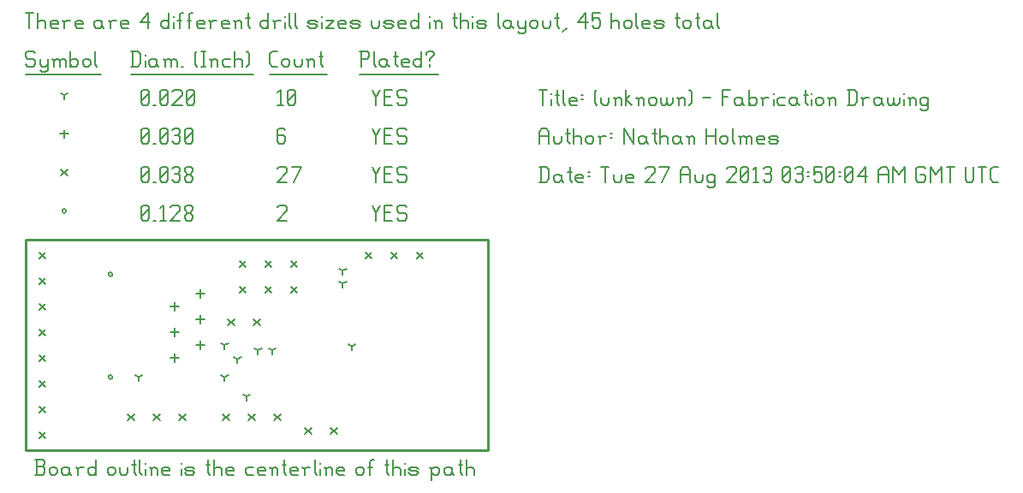
<source format=gbr>
G04 start of page 12 for group -3984 idx -3984 *
G04 Title: (unknown), fab *
G04 Creator: pcb 20110918 *
G04 CreationDate: Tue 27 Aug 2013 03:50:04 AM GMT UTC *
G04 For: ndholmes *
G04 Format: Gerber/RS-274X *
G04 PCB-Dimensions: 180000 82000 *
G04 PCB-Coordinate-Origin: lower left *
%MOIN*%
%FSLAX25Y25*%
%LNFAB*%
%ADD63C,0.0100*%
%ADD62C,0.0075*%
%ADD61C,0.0060*%
%ADD60R,0.0080X0.0080*%
G54D60*X32200Y68500D02*G75*G03X33800Y68500I800J0D01*G01*
G75*G03X32200Y68500I-800J0D01*G01*
Y28500D02*G75*G03X33800Y28500I800J0D01*G01*
G75*G03X32200Y28500I-800J0D01*G01*
X14200Y93250D02*G75*G03X15800Y93250I800J0D01*G01*
G75*G03X14200Y93250I-800J0D01*G01*
G54D61*X135000Y95500D02*X136500Y92500D01*
X138000Y95500D01*
X136500Y92500D02*Y89500D01*
X139800Y92800D02*X142050D01*
X139800Y89500D02*X142800D01*
X139800Y95500D02*Y89500D01*
Y95500D02*X142800D01*
X147600D02*X148350Y94750D01*
X145350Y95500D02*X147600D01*
X144600Y94750D02*X145350Y95500D01*
X144600Y94750D02*Y93250D01*
X145350Y92500D01*
X147600D01*
X148350Y91750D01*
Y90250D01*
X147600Y89500D02*X148350Y90250D01*
X145350Y89500D02*X147600D01*
X144600Y90250D02*X145350Y89500D01*
X98000Y94750D02*X98750Y95500D01*
X101000D01*
X101750Y94750D01*
Y93250D01*
X98000Y89500D02*X101750Y93250D01*
X98000Y89500D02*X101750D01*
X45000Y90250D02*X45750Y89500D01*
X45000Y94750D02*Y90250D01*
Y94750D02*X45750Y95500D01*
X47250D01*
X48000Y94750D01*
Y90250D01*
X47250Y89500D02*X48000Y90250D01*
X45750Y89500D02*X47250D01*
X45000Y91000D02*X48000Y94000D01*
X49800Y89500D02*X50550D01*
X52350Y94300D02*X53550Y95500D01*
Y89500D01*
X52350D02*X54600D01*
X56400Y94750D02*X57150Y95500D01*
X59400D01*
X60150Y94750D01*
Y93250D01*
X56400Y89500D02*X60150Y93250D01*
X56400Y89500D02*X60150D01*
X61950Y90250D02*X62700Y89500D01*
X61950Y91450D02*Y90250D01*
Y91450D02*X63000Y92500D01*
X63900D01*
X64950Y91450D01*
Y90250D01*
X64200Y89500D02*X64950Y90250D01*
X62700Y89500D02*X64200D01*
X61950Y93550D02*X63000Y92500D01*
X61950Y94750D02*Y93550D01*
Y94750D02*X62700Y95500D01*
X64200D01*
X64950Y94750D01*
Y93550D01*
X63900Y92500D02*X64950Y93550D01*
X5300Y77200D02*X7700Y74800D01*
X5300D02*X7700Y77200D01*
X5300Y67200D02*X7700Y64800D01*
X5300D02*X7700Y67200D01*
X5300Y57200D02*X7700Y54800D01*
X5300D02*X7700Y57200D01*
X5300Y47200D02*X7700Y44800D01*
X5300D02*X7700Y47200D01*
X5300Y37200D02*X7700Y34800D01*
X5300D02*X7700Y37200D01*
X5300Y27200D02*X7700Y24800D01*
X5300D02*X7700Y27200D01*
X5300Y17200D02*X7700Y14800D01*
X5300D02*X7700Y17200D01*
X5300Y7200D02*X7700Y4800D01*
X5300D02*X7700Y7200D01*
X103300Y73700D02*X105700Y71300D01*
X103300D02*X105700Y73700D01*
X93300D02*X95700Y71300D01*
X93300D02*X95700Y73700D01*
X83300D02*X85700Y71300D01*
X83300D02*X85700Y73700D01*
X103300Y63700D02*X105700Y61300D01*
X103300D02*X105700Y63700D01*
X93300D02*X95700Y61300D01*
X93300D02*X95700Y63700D01*
X83300D02*X85700Y61300D01*
X83300D02*X85700Y63700D01*
X152300Y77200D02*X154700Y74800D01*
X152300D02*X154700Y77200D01*
X142300D02*X144700Y74800D01*
X142300D02*X144700Y77200D01*
X132300D02*X134700Y74800D01*
X132300D02*X134700Y77200D01*
X39800Y14200D02*X42200Y11800D01*
X39800D02*X42200Y14200D01*
X49800D02*X52200Y11800D01*
X49800D02*X52200Y14200D01*
X59800D02*X62200Y11800D01*
X59800D02*X62200Y14200D01*
X76800D02*X79200Y11800D01*
X76800D02*X79200Y14200D01*
X86800D02*X89200Y11800D01*
X86800D02*X89200Y14200D01*
X96800D02*X99200Y11800D01*
X96800D02*X99200Y14200D01*
X78800Y51200D02*X81200Y48800D01*
X78800D02*X81200Y51200D01*
X88800D02*X91200Y48800D01*
X88800D02*X91200Y51200D01*
X108800Y8700D02*X111200Y6300D01*
X108800D02*X111200Y8700D01*
X118800D02*X121200Y6300D01*
X118800D02*X121200Y8700D01*
X13800Y109450D02*X16200Y107050D01*
X13800D02*X16200Y109450D01*
X135000Y110500D02*X136500Y107500D01*
X138000Y110500D01*
X136500Y107500D02*Y104500D01*
X139800Y107800D02*X142050D01*
X139800Y104500D02*X142800D01*
X139800Y110500D02*Y104500D01*
Y110500D02*X142800D01*
X147600D02*X148350Y109750D01*
X145350Y110500D02*X147600D01*
X144600Y109750D02*X145350Y110500D01*
X144600Y109750D02*Y108250D01*
X145350Y107500D01*
X147600D01*
X148350Y106750D01*
Y105250D01*
X147600Y104500D02*X148350Y105250D01*
X145350Y104500D02*X147600D01*
X144600Y105250D02*X145350Y104500D01*
X98000Y109750D02*X98750Y110500D01*
X101000D01*
X101750Y109750D01*
Y108250D01*
X98000Y104500D02*X101750Y108250D01*
X98000Y104500D02*X101750D01*
X104300D02*X107300Y110500D01*
X103550D02*X107300D01*
X45000Y105250D02*X45750Y104500D01*
X45000Y109750D02*Y105250D01*
Y109750D02*X45750Y110500D01*
X47250D01*
X48000Y109750D01*
Y105250D01*
X47250Y104500D02*X48000Y105250D01*
X45750Y104500D02*X47250D01*
X45000Y106000D02*X48000Y109000D01*
X49800Y104500D02*X50550D01*
X52350Y105250D02*X53100Y104500D01*
X52350Y109750D02*Y105250D01*
Y109750D02*X53100Y110500D01*
X54600D01*
X55350Y109750D01*
Y105250D01*
X54600Y104500D02*X55350Y105250D01*
X53100Y104500D02*X54600D01*
X52350Y106000D02*X55350Y109000D01*
X57150Y109750D02*X57900Y110500D01*
X59400D01*
X60150Y109750D01*
X59400Y104500D02*X60150Y105250D01*
X57900Y104500D02*X59400D01*
X57150Y105250D02*X57900Y104500D01*
Y107800D02*X59400D01*
X60150Y109750D02*Y108550D01*
Y107050D02*Y105250D01*
Y107050D02*X59400Y107800D01*
X60150Y108550D02*X59400Y107800D01*
X61950Y105250D02*X62700Y104500D01*
X61950Y106450D02*Y105250D01*
Y106450D02*X63000Y107500D01*
X63900D01*
X64950Y106450D01*
Y105250D01*
X64200Y104500D02*X64950Y105250D01*
X62700Y104500D02*X64200D01*
X61950Y108550D02*X63000Y107500D01*
X61950Y109750D02*Y108550D01*
Y109750D02*X62700Y110500D01*
X64200D01*
X64950Y109750D01*
Y108550D01*
X63900Y107500D02*X64950Y108550D01*
X68000Y62600D02*Y59400D01*
X66400Y61000D02*X69600D01*
X58000Y57600D02*Y54400D01*
X56400Y56000D02*X59600D01*
X68000Y52600D02*Y49400D01*
X66400Y51000D02*X69600D01*
X58000Y47600D02*Y44400D01*
X56400Y46000D02*X59600D01*
X68000Y42600D02*Y39400D01*
X66400Y41000D02*X69600D01*
X58000Y37600D02*Y34400D01*
X56400Y36000D02*X59600D01*
X15000Y124850D02*Y121650D01*
X13400Y123250D02*X16600D01*
X135000Y125500D02*X136500Y122500D01*
X138000Y125500D01*
X136500Y122500D02*Y119500D01*
X139800Y122800D02*X142050D01*
X139800Y119500D02*X142800D01*
X139800Y125500D02*Y119500D01*
Y125500D02*X142800D01*
X147600D02*X148350Y124750D01*
X145350Y125500D02*X147600D01*
X144600Y124750D02*X145350Y125500D01*
X144600Y124750D02*Y123250D01*
X145350Y122500D01*
X147600D01*
X148350Y121750D01*
Y120250D01*
X147600Y119500D02*X148350Y120250D01*
X145350Y119500D02*X147600D01*
X144600Y120250D02*X145350Y119500D01*
X100250Y125500D02*X101000Y124750D01*
X98750Y125500D02*X100250D01*
X98000Y124750D02*X98750Y125500D01*
X98000Y124750D02*Y120250D01*
X98750Y119500D01*
X100250Y122800D02*X101000Y122050D01*
X98000Y122800D02*X100250D01*
X98750Y119500D02*X100250D01*
X101000Y120250D01*
Y122050D02*Y120250D01*
X45000D02*X45750Y119500D01*
X45000Y124750D02*Y120250D01*
Y124750D02*X45750Y125500D01*
X47250D01*
X48000Y124750D01*
Y120250D01*
X47250Y119500D02*X48000Y120250D01*
X45750Y119500D02*X47250D01*
X45000Y121000D02*X48000Y124000D01*
X49800Y119500D02*X50550D01*
X52350Y120250D02*X53100Y119500D01*
X52350Y124750D02*Y120250D01*
Y124750D02*X53100Y125500D01*
X54600D01*
X55350Y124750D01*
Y120250D01*
X54600Y119500D02*X55350Y120250D01*
X53100Y119500D02*X54600D01*
X52350Y121000D02*X55350Y124000D01*
X57150Y124750D02*X57900Y125500D01*
X59400D01*
X60150Y124750D01*
X59400Y119500D02*X60150Y120250D01*
X57900Y119500D02*X59400D01*
X57150Y120250D02*X57900Y119500D01*
Y122800D02*X59400D01*
X60150Y124750D02*Y123550D01*
Y122050D02*Y120250D01*
Y122050D02*X59400Y122800D01*
X60150Y123550D02*X59400Y122800D01*
X61950Y120250D02*X62700Y119500D01*
X61950Y124750D02*Y120250D01*
Y124750D02*X62700Y125500D01*
X64200D01*
X64950Y124750D01*
Y120250D01*
X64200Y119500D02*X64950Y120250D01*
X62700Y119500D02*X64200D01*
X61950Y121000D02*X64950Y124000D01*
X123500Y70000D02*Y68400D01*
Y70000D02*X124887Y70800D01*
X123500Y70000D02*X122113Y70800D01*
X123500Y65000D02*Y63400D01*
Y65000D02*X124887Y65800D01*
X123500Y65000D02*X122113Y65800D01*
X82500Y35500D02*Y33900D01*
Y35500D02*X83887Y36300D01*
X82500Y35500D02*X81113Y36300D01*
X77500Y41000D02*Y39400D01*
Y41000D02*X78887Y41800D01*
X77500Y41000D02*X76113Y41800D01*
X77500Y28500D02*Y26900D01*
Y28500D02*X78887Y29300D01*
X77500Y28500D02*X76113Y29300D01*
X44000Y28500D02*Y26900D01*
Y28500D02*X45387Y29300D01*
X44000Y28500D02*X42613Y29300D01*
X90500Y39000D02*Y37400D01*
Y39000D02*X91887Y39800D01*
X90500Y39000D02*X89113Y39800D01*
X96000Y39000D02*Y37400D01*
Y39000D02*X97387Y39800D01*
X96000Y39000D02*X94613Y39800D01*
X127000Y40500D02*Y38900D01*
Y40500D02*X128387Y41300D01*
X127000Y40500D02*X125613Y41300D01*
X86000Y21000D02*Y19400D01*
Y21000D02*X87387Y21800D01*
X86000Y21000D02*X84613Y21800D01*
X15000Y138250D02*Y136650D01*
Y138250D02*X16387Y139050D01*
X15000Y138250D02*X13613Y139050D01*
X135000Y140500D02*X136500Y137500D01*
X138000Y140500D01*
X136500Y137500D02*Y134500D01*
X139800Y137800D02*X142050D01*
X139800Y134500D02*X142800D01*
X139800Y140500D02*Y134500D01*
Y140500D02*X142800D01*
X147600D02*X148350Y139750D01*
X145350Y140500D02*X147600D01*
X144600Y139750D02*X145350Y140500D01*
X144600Y139750D02*Y138250D01*
X145350Y137500D01*
X147600D01*
X148350Y136750D01*
Y135250D01*
X147600Y134500D02*X148350Y135250D01*
X145350Y134500D02*X147600D01*
X144600Y135250D02*X145350Y134500D01*
X98000Y139300D02*X99200Y140500D01*
Y134500D01*
X98000D02*X100250D01*
X102050Y135250D02*X102800Y134500D01*
X102050Y139750D02*Y135250D01*
Y139750D02*X102800Y140500D01*
X104300D01*
X105050Y139750D01*
Y135250D01*
X104300Y134500D02*X105050Y135250D01*
X102800Y134500D02*X104300D01*
X102050Y136000D02*X105050Y139000D01*
X45000Y135250D02*X45750Y134500D01*
X45000Y139750D02*Y135250D01*
Y139750D02*X45750Y140500D01*
X47250D01*
X48000Y139750D01*
Y135250D01*
X47250Y134500D02*X48000Y135250D01*
X45750Y134500D02*X47250D01*
X45000Y136000D02*X48000Y139000D01*
X49800Y134500D02*X50550D01*
X52350Y135250D02*X53100Y134500D01*
X52350Y139750D02*Y135250D01*
Y139750D02*X53100Y140500D01*
X54600D01*
X55350Y139750D01*
Y135250D01*
X54600Y134500D02*X55350Y135250D01*
X53100Y134500D02*X54600D01*
X52350Y136000D02*X55350Y139000D01*
X57150Y139750D02*X57900Y140500D01*
X60150D01*
X60900Y139750D01*
Y138250D01*
X57150Y134500D02*X60900Y138250D01*
X57150Y134500D02*X60900D01*
X62700Y135250D02*X63450Y134500D01*
X62700Y139750D02*Y135250D01*
Y139750D02*X63450Y140500D01*
X64950D01*
X65700Y139750D01*
Y135250D01*
X64950Y134500D02*X65700Y135250D01*
X63450Y134500D02*X64950D01*
X62700Y136000D02*X65700Y139000D01*
X3000Y155500D02*X3750Y154750D01*
X750Y155500D02*X3000D01*
X0Y154750D02*X750Y155500D01*
X0Y154750D02*Y153250D01*
X750Y152500D01*
X3000D01*
X3750Y151750D01*
Y150250D01*
X3000Y149500D02*X3750Y150250D01*
X750Y149500D02*X3000D01*
X0Y150250D02*X750Y149500D01*
X5550Y152500D02*Y150250D01*
X6300Y149500D01*
X8550Y152500D02*Y148000D01*
X7800Y147250D02*X8550Y148000D01*
X6300Y147250D02*X7800D01*
X5550Y148000D02*X6300Y147250D01*
Y149500D02*X7800D01*
X8550Y150250D01*
X11100Y151750D02*Y149500D01*
Y151750D02*X11850Y152500D01*
X12600D01*
X13350Y151750D01*
Y149500D01*
Y151750D02*X14100Y152500D01*
X14850D01*
X15600Y151750D01*
Y149500D01*
X10350Y152500D02*X11100Y151750D01*
X17400Y155500D02*Y149500D01*
Y150250D02*X18150Y149500D01*
X19650D01*
X20400Y150250D01*
Y151750D02*Y150250D01*
X19650Y152500D02*X20400Y151750D01*
X18150Y152500D02*X19650D01*
X17400Y151750D02*X18150Y152500D01*
X22200Y151750D02*Y150250D01*
Y151750D02*X22950Y152500D01*
X24450D01*
X25200Y151750D01*
Y150250D01*
X24450Y149500D02*X25200Y150250D01*
X22950Y149500D02*X24450D01*
X22200Y150250D02*X22950Y149500D01*
X27000Y155500D02*Y150250D01*
X27750Y149500D01*
X0Y146250D02*X29250D01*
X41750Y155500D02*Y149500D01*
X43700Y155500D02*X44750Y154450D01*
Y150550D01*
X43700Y149500D02*X44750Y150550D01*
X41000Y149500D02*X43700D01*
X41000Y155500D02*X43700D01*
G54D62*X46550Y154000D02*Y153850D01*
G54D61*Y151750D02*Y149500D01*
X50300Y152500D02*X51050Y151750D01*
X48800Y152500D02*X50300D01*
X48050Y151750D02*X48800Y152500D01*
X48050Y151750D02*Y150250D01*
X48800Y149500D01*
X51050Y152500D02*Y150250D01*
X51800Y149500D01*
X48800D02*X50300D01*
X51050Y150250D01*
X54350Y151750D02*Y149500D01*
Y151750D02*X55100Y152500D01*
X55850D01*
X56600Y151750D01*
Y149500D01*
Y151750D02*X57350Y152500D01*
X58100D01*
X58850Y151750D01*
Y149500D01*
X53600Y152500D02*X54350Y151750D01*
X60650Y149500D02*X61400D01*
X65900Y150250D02*X66650Y149500D01*
X65900Y154750D02*X66650Y155500D01*
X65900Y154750D02*Y150250D01*
X68450Y155500D02*X69950D01*
X69200D02*Y149500D01*
X68450D02*X69950D01*
X72500Y151750D02*Y149500D01*
Y151750D02*X73250Y152500D01*
X74000D01*
X74750Y151750D01*
Y149500D01*
X71750Y152500D02*X72500Y151750D01*
X77300Y152500D02*X79550D01*
X76550Y151750D02*X77300Y152500D01*
X76550Y151750D02*Y150250D01*
X77300Y149500D01*
X79550D01*
X81350Y155500D02*Y149500D01*
Y151750D02*X82100Y152500D01*
X83600D01*
X84350Y151750D01*
Y149500D01*
X86150Y155500D02*X86900Y154750D01*
Y150250D01*
X86150Y149500D02*X86900Y150250D01*
X41000Y146250D02*X88700D01*
X96050Y149500D02*X98000D01*
X95000Y150550D02*X96050Y149500D01*
X95000Y154450D02*Y150550D01*
Y154450D02*X96050Y155500D01*
X98000D01*
X99800Y151750D02*Y150250D01*
Y151750D02*X100550Y152500D01*
X102050D01*
X102800Y151750D01*
Y150250D01*
X102050Y149500D02*X102800Y150250D01*
X100550Y149500D02*X102050D01*
X99800Y150250D02*X100550Y149500D01*
X104600Y152500D02*Y150250D01*
X105350Y149500D01*
X106850D01*
X107600Y150250D01*
Y152500D02*Y150250D01*
X110150Y151750D02*Y149500D01*
Y151750D02*X110900Y152500D01*
X111650D01*
X112400Y151750D01*
Y149500D01*
X109400Y152500D02*X110150Y151750D01*
X114950Y155500D02*Y150250D01*
X115700Y149500D01*
X114200Y153250D02*X115700D01*
X95000Y146250D02*X117200D01*
X130750Y155500D02*Y149500D01*
X130000Y155500D02*X133000D01*
X133750Y154750D01*
Y153250D01*
X133000Y152500D02*X133750Y153250D01*
X130750Y152500D02*X133000D01*
X135550Y155500D02*Y150250D01*
X136300Y149500D01*
X140050Y152500D02*X140800Y151750D01*
X138550Y152500D02*X140050D01*
X137800Y151750D02*X138550Y152500D01*
X137800Y151750D02*Y150250D01*
X138550Y149500D01*
X140800Y152500D02*Y150250D01*
X141550Y149500D01*
X138550D02*X140050D01*
X140800Y150250D01*
X144100Y155500D02*Y150250D01*
X144850Y149500D01*
X143350Y153250D02*X144850D01*
X147100Y149500D02*X149350D01*
X146350Y150250D02*X147100Y149500D01*
X146350Y151750D02*Y150250D01*
Y151750D02*X147100Y152500D01*
X148600D01*
X149350Y151750D01*
X146350Y151000D02*X149350D01*
Y151750D02*Y151000D01*
X154150Y155500D02*Y149500D01*
X153400D02*X154150Y150250D01*
X151900Y149500D02*X153400D01*
X151150Y150250D02*X151900Y149500D01*
X151150Y151750D02*Y150250D01*
Y151750D02*X151900Y152500D01*
X153400D01*
X154150Y151750D01*
X157450Y152500D02*Y151750D01*
Y150250D02*Y149500D01*
X155950Y154750D02*Y154000D01*
Y154750D02*X156700Y155500D01*
X158200D01*
X158950Y154750D01*
Y154000D01*
X157450Y152500D02*X158950Y154000D01*
X130000Y146250D02*X160750D01*
X0Y170500D02*X3000D01*
X1500D02*Y164500D01*
X4800Y170500D02*Y164500D01*
Y166750D02*X5550Y167500D01*
X7050D01*
X7800Y166750D01*
Y164500D01*
X10350D02*X12600D01*
X9600Y165250D02*X10350Y164500D01*
X9600Y166750D02*Y165250D01*
Y166750D02*X10350Y167500D01*
X11850D01*
X12600Y166750D01*
X9600Y166000D02*X12600D01*
Y166750D02*Y166000D01*
X15150Y166750D02*Y164500D01*
Y166750D02*X15900Y167500D01*
X17400D01*
X14400D02*X15150Y166750D01*
X19950Y164500D02*X22200D01*
X19200Y165250D02*X19950Y164500D01*
X19200Y166750D02*Y165250D01*
Y166750D02*X19950Y167500D01*
X21450D01*
X22200Y166750D01*
X19200Y166000D02*X22200D01*
Y166750D02*Y166000D01*
X28950Y167500D02*X29700Y166750D01*
X27450Y167500D02*X28950D01*
X26700Y166750D02*X27450Y167500D01*
X26700Y166750D02*Y165250D01*
X27450Y164500D01*
X29700Y167500D02*Y165250D01*
X30450Y164500D01*
X27450D02*X28950D01*
X29700Y165250D01*
X33000Y166750D02*Y164500D01*
Y166750D02*X33750Y167500D01*
X35250D01*
X32250D02*X33000Y166750D01*
X37800Y164500D02*X40050D01*
X37050Y165250D02*X37800Y164500D01*
X37050Y166750D02*Y165250D01*
Y166750D02*X37800Y167500D01*
X39300D01*
X40050Y166750D01*
X37050Y166000D02*X40050D01*
Y166750D02*Y166000D01*
X44550Y166750D02*X47550Y170500D01*
X44550Y166750D02*X48300D01*
X47550Y170500D02*Y164500D01*
X55800Y170500D02*Y164500D01*
X55050D02*X55800Y165250D01*
X53550Y164500D02*X55050D01*
X52800Y165250D02*X53550Y164500D01*
X52800Y166750D02*Y165250D01*
Y166750D02*X53550Y167500D01*
X55050D01*
X55800Y166750D01*
G54D62*X57600Y169000D02*Y168850D01*
G54D61*Y166750D02*Y164500D01*
X59850Y169750D02*Y164500D01*
Y169750D02*X60600Y170500D01*
X61350D01*
X59100Y167500D02*X60600D01*
X63600Y169750D02*Y164500D01*
Y169750D02*X64350Y170500D01*
X65100D01*
X62850Y167500D02*X64350D01*
X67350Y164500D02*X69600D01*
X66600Y165250D02*X67350Y164500D01*
X66600Y166750D02*Y165250D01*
Y166750D02*X67350Y167500D01*
X68850D01*
X69600Y166750D01*
X66600Y166000D02*X69600D01*
Y166750D02*Y166000D01*
X72150Y166750D02*Y164500D01*
Y166750D02*X72900Y167500D01*
X74400D01*
X71400D02*X72150Y166750D01*
X76950Y164500D02*X79200D01*
X76200Y165250D02*X76950Y164500D01*
X76200Y166750D02*Y165250D01*
Y166750D02*X76950Y167500D01*
X78450D01*
X79200Y166750D01*
X76200Y166000D02*X79200D01*
Y166750D02*Y166000D01*
X81750Y166750D02*Y164500D01*
Y166750D02*X82500Y167500D01*
X83250D01*
X84000Y166750D01*
Y164500D01*
X81000Y167500D02*X81750Y166750D01*
X86550Y170500D02*Y165250D01*
X87300Y164500D01*
X85800Y168250D02*X87300D01*
X94500Y170500D02*Y164500D01*
X93750D02*X94500Y165250D01*
X92250Y164500D02*X93750D01*
X91500Y165250D02*X92250Y164500D01*
X91500Y166750D02*Y165250D01*
Y166750D02*X92250Y167500D01*
X93750D01*
X94500Y166750D01*
X97050D02*Y164500D01*
Y166750D02*X97800Y167500D01*
X99300D01*
X96300D02*X97050Y166750D01*
G54D62*X101100Y169000D02*Y168850D01*
G54D61*Y166750D02*Y164500D01*
X102600Y170500D02*Y165250D01*
X103350Y164500D01*
X104850Y170500D02*Y165250D01*
X105600Y164500D01*
X110550D02*X112800D01*
X113550Y165250D01*
X112800Y166000D02*X113550Y165250D01*
X110550Y166000D02*X112800D01*
X109800Y166750D02*X110550Y166000D01*
X109800Y166750D02*X110550Y167500D01*
X112800D01*
X113550Y166750D01*
X109800Y165250D02*X110550Y164500D01*
G54D62*X115350Y169000D02*Y168850D01*
G54D61*Y166750D02*Y164500D01*
X116850Y167500D02*X119850D01*
X116850Y164500D02*X119850Y167500D01*
X116850Y164500D02*X119850D01*
X122400D02*X124650D01*
X121650Y165250D02*X122400Y164500D01*
X121650Y166750D02*Y165250D01*
Y166750D02*X122400Y167500D01*
X123900D01*
X124650Y166750D01*
X121650Y166000D02*X124650D01*
Y166750D02*Y166000D01*
X127200Y164500D02*X129450D01*
X130200Y165250D01*
X129450Y166000D02*X130200Y165250D01*
X127200Y166000D02*X129450D01*
X126450Y166750D02*X127200Y166000D01*
X126450Y166750D02*X127200Y167500D01*
X129450D01*
X130200Y166750D01*
X126450Y165250D02*X127200Y164500D01*
X134700Y167500D02*Y165250D01*
X135450Y164500D01*
X136950D01*
X137700Y165250D01*
Y167500D02*Y165250D01*
X140250Y164500D02*X142500D01*
X143250Y165250D01*
X142500Y166000D02*X143250Y165250D01*
X140250Y166000D02*X142500D01*
X139500Y166750D02*X140250Y166000D01*
X139500Y166750D02*X140250Y167500D01*
X142500D01*
X143250Y166750D01*
X139500Y165250D02*X140250Y164500D01*
X145800D02*X148050D01*
X145050Y165250D02*X145800Y164500D01*
X145050Y166750D02*Y165250D01*
Y166750D02*X145800Y167500D01*
X147300D01*
X148050Y166750D01*
X145050Y166000D02*X148050D01*
Y166750D02*Y166000D01*
X152850Y170500D02*Y164500D01*
X152100D02*X152850Y165250D01*
X150600Y164500D02*X152100D01*
X149850Y165250D02*X150600Y164500D01*
X149850Y166750D02*Y165250D01*
Y166750D02*X150600Y167500D01*
X152100D01*
X152850Y166750D01*
G54D62*X157350Y169000D02*Y168850D01*
G54D61*Y166750D02*Y164500D01*
X159600Y166750D02*Y164500D01*
Y166750D02*X160350Y167500D01*
X161100D01*
X161850Y166750D01*
Y164500D01*
X158850Y167500D02*X159600Y166750D01*
X167100Y170500D02*Y165250D01*
X167850Y164500D01*
X166350Y168250D02*X167850D01*
X169350Y170500D02*Y164500D01*
Y166750D02*X170100Y167500D01*
X171600D01*
X172350Y166750D01*
Y164500D01*
G54D62*X174150Y169000D02*Y168850D01*
G54D61*Y166750D02*Y164500D01*
X176400D02*X178650D01*
X179400Y165250D01*
X178650Y166000D02*X179400Y165250D01*
X176400Y166000D02*X178650D01*
X175650Y166750D02*X176400Y166000D01*
X175650Y166750D02*X176400Y167500D01*
X178650D01*
X179400Y166750D01*
X175650Y165250D02*X176400Y164500D01*
X183900Y170500D02*Y165250D01*
X184650Y164500D01*
X188400Y167500D02*X189150Y166750D01*
X186900Y167500D02*X188400D01*
X186150Y166750D02*X186900Y167500D01*
X186150Y166750D02*Y165250D01*
X186900Y164500D01*
X189150Y167500D02*Y165250D01*
X189900Y164500D01*
X186900D02*X188400D01*
X189150Y165250D01*
X191700Y167500D02*Y165250D01*
X192450Y164500D01*
X194700Y167500D02*Y163000D01*
X193950Y162250D02*X194700Y163000D01*
X192450Y162250D02*X193950D01*
X191700Y163000D02*X192450Y162250D01*
Y164500D02*X193950D01*
X194700Y165250D01*
X196500Y166750D02*Y165250D01*
Y166750D02*X197250Y167500D01*
X198750D01*
X199500Y166750D01*
Y165250D01*
X198750Y164500D02*X199500Y165250D01*
X197250Y164500D02*X198750D01*
X196500Y165250D02*X197250Y164500D01*
X201300Y167500D02*Y165250D01*
X202050Y164500D01*
X203550D01*
X204300Y165250D01*
Y167500D02*Y165250D01*
X206850Y170500D02*Y165250D01*
X207600Y164500D01*
X206100Y168250D02*X207600D01*
X209100Y163000D02*X210600Y164500D01*
X215100Y166750D02*X218100Y170500D01*
X215100Y166750D02*X218850D01*
X218100Y170500D02*Y164500D01*
X220650Y170500D02*X223650D01*
X220650D02*Y167500D01*
X221400Y168250D01*
X222900D01*
X223650Y167500D01*
Y165250D01*
X222900Y164500D02*X223650Y165250D01*
X221400Y164500D02*X222900D01*
X220650Y165250D02*X221400Y164500D01*
X228150Y170500D02*Y164500D01*
Y166750D02*X228900Y167500D01*
X230400D01*
X231150Y166750D01*
Y164500D01*
X232950Y166750D02*Y165250D01*
Y166750D02*X233700Y167500D01*
X235200D01*
X235950Y166750D01*
Y165250D01*
X235200Y164500D02*X235950Y165250D01*
X233700Y164500D02*X235200D01*
X232950Y165250D02*X233700Y164500D01*
X237750Y170500D02*Y165250D01*
X238500Y164500D01*
X240750D02*X243000D01*
X240000Y165250D02*X240750Y164500D01*
X240000Y166750D02*Y165250D01*
Y166750D02*X240750Y167500D01*
X242250D01*
X243000Y166750D01*
X240000Y166000D02*X243000D01*
Y166750D02*Y166000D01*
X245550Y164500D02*X247800D01*
X248550Y165250D01*
X247800Y166000D02*X248550Y165250D01*
X245550Y166000D02*X247800D01*
X244800Y166750D02*X245550Y166000D01*
X244800Y166750D02*X245550Y167500D01*
X247800D01*
X248550Y166750D01*
X244800Y165250D02*X245550Y164500D01*
X253800Y170500D02*Y165250D01*
X254550Y164500D01*
X253050Y168250D02*X254550D01*
X256050Y166750D02*Y165250D01*
Y166750D02*X256800Y167500D01*
X258300D01*
X259050Y166750D01*
Y165250D01*
X258300Y164500D02*X259050Y165250D01*
X256800Y164500D02*X258300D01*
X256050Y165250D02*X256800Y164500D01*
X261600Y170500D02*Y165250D01*
X262350Y164500D01*
X260850Y168250D02*X262350D01*
X266100Y167500D02*X266850Y166750D01*
X264600Y167500D02*X266100D01*
X263850Y166750D02*X264600Y167500D01*
X263850Y166750D02*Y165250D01*
X264600Y164500D01*
X266850Y167500D02*Y165250D01*
X267600Y164500D01*
X264600D02*X266100D01*
X266850Y165250D01*
X269400Y170500D02*Y165250D01*
X270150Y164500D01*
G54D63*X0Y82000D02*X180000D01*
Y0D01*
X0D01*
Y82000D01*
G54D61*X3675Y-9500D02*X6675D01*
X7425Y-8750D01*
Y-6950D02*Y-8750D01*
X6675Y-6200D02*X7425Y-6950D01*
X4425Y-6200D02*X6675D01*
X4425Y-3500D02*Y-9500D01*
X3675Y-3500D02*X6675D01*
X7425Y-4250D01*
Y-5450D01*
X6675Y-6200D02*X7425Y-5450D01*
X9225Y-7250D02*Y-8750D01*
Y-7250D02*X9975Y-6500D01*
X11475D01*
X12225Y-7250D01*
Y-8750D01*
X11475Y-9500D02*X12225Y-8750D01*
X9975Y-9500D02*X11475D01*
X9225Y-8750D02*X9975Y-9500D01*
X16275Y-6500D02*X17025Y-7250D01*
X14775Y-6500D02*X16275D01*
X14025Y-7250D02*X14775Y-6500D01*
X14025Y-7250D02*Y-8750D01*
X14775Y-9500D01*
X17025Y-6500D02*Y-8750D01*
X17775Y-9500D01*
X14775D02*X16275D01*
X17025Y-8750D01*
X20325Y-7250D02*Y-9500D01*
Y-7250D02*X21075Y-6500D01*
X22575D01*
X19575D02*X20325Y-7250D01*
X27375Y-3500D02*Y-9500D01*
X26625D02*X27375Y-8750D01*
X25125Y-9500D02*X26625D01*
X24375Y-8750D02*X25125Y-9500D01*
X24375Y-7250D02*Y-8750D01*
Y-7250D02*X25125Y-6500D01*
X26625D01*
X27375Y-7250D01*
X31875D02*Y-8750D01*
Y-7250D02*X32625Y-6500D01*
X34125D01*
X34875Y-7250D01*
Y-8750D01*
X34125Y-9500D02*X34875Y-8750D01*
X32625Y-9500D02*X34125D01*
X31875Y-8750D02*X32625Y-9500D01*
X36675Y-6500D02*Y-8750D01*
X37425Y-9500D01*
X38925D01*
X39675Y-8750D01*
Y-6500D02*Y-8750D01*
X42225Y-3500D02*Y-8750D01*
X42975Y-9500D01*
X41475Y-5750D02*X42975D01*
X44475Y-3500D02*Y-8750D01*
X45225Y-9500D01*
G54D62*X46725Y-5000D02*Y-5150D01*
G54D61*Y-7250D02*Y-9500D01*
X48975Y-7250D02*Y-9500D01*
Y-7250D02*X49725Y-6500D01*
X50475D01*
X51225Y-7250D01*
Y-9500D01*
X48225Y-6500D02*X48975Y-7250D01*
X53775Y-9500D02*X56025D01*
X53025Y-8750D02*X53775Y-9500D01*
X53025Y-7250D02*Y-8750D01*
Y-7250D02*X53775Y-6500D01*
X55275D01*
X56025Y-7250D01*
X53025Y-8000D02*X56025D01*
Y-7250D02*Y-8000D01*
G54D62*X60525Y-5000D02*Y-5150D01*
G54D61*Y-7250D02*Y-9500D01*
X62775D02*X65025D01*
X65775Y-8750D01*
X65025Y-8000D02*X65775Y-8750D01*
X62775Y-8000D02*X65025D01*
X62025Y-7250D02*X62775Y-8000D01*
X62025Y-7250D02*X62775Y-6500D01*
X65025D01*
X65775Y-7250D01*
X62025Y-8750D02*X62775Y-9500D01*
X71025Y-3500D02*Y-8750D01*
X71775Y-9500D01*
X70275Y-5750D02*X71775D01*
X73275Y-3500D02*Y-9500D01*
Y-7250D02*X74025Y-6500D01*
X75525D01*
X76275Y-7250D01*
Y-9500D01*
X78825D02*X81075D01*
X78075Y-8750D02*X78825Y-9500D01*
X78075Y-7250D02*Y-8750D01*
Y-7250D02*X78825Y-6500D01*
X80325D01*
X81075Y-7250D01*
X78075Y-8000D02*X81075D01*
Y-7250D02*Y-8000D01*
X86325Y-6500D02*X88575D01*
X85575Y-7250D02*X86325Y-6500D01*
X85575Y-7250D02*Y-8750D01*
X86325Y-9500D01*
X88575D01*
X91125D02*X93375D01*
X90375Y-8750D02*X91125Y-9500D01*
X90375Y-7250D02*Y-8750D01*
Y-7250D02*X91125Y-6500D01*
X92625D01*
X93375Y-7250D01*
X90375Y-8000D02*X93375D01*
Y-7250D02*Y-8000D01*
X95925Y-7250D02*Y-9500D01*
Y-7250D02*X96675Y-6500D01*
X97425D01*
X98175Y-7250D01*
Y-9500D01*
X95175Y-6500D02*X95925Y-7250D01*
X100725Y-3500D02*Y-8750D01*
X101475Y-9500D01*
X99975Y-5750D02*X101475D01*
X103725Y-9500D02*X105975D01*
X102975Y-8750D02*X103725Y-9500D01*
X102975Y-7250D02*Y-8750D01*
Y-7250D02*X103725Y-6500D01*
X105225D01*
X105975Y-7250D01*
X102975Y-8000D02*X105975D01*
Y-7250D02*Y-8000D01*
X108525Y-7250D02*Y-9500D01*
Y-7250D02*X109275Y-6500D01*
X110775D01*
X107775D02*X108525Y-7250D01*
X112575Y-3500D02*Y-8750D01*
X113325Y-9500D01*
G54D62*X114825Y-5000D02*Y-5150D01*
G54D61*Y-7250D02*Y-9500D01*
X117075Y-7250D02*Y-9500D01*
Y-7250D02*X117825Y-6500D01*
X118575D01*
X119325Y-7250D01*
Y-9500D01*
X116325Y-6500D02*X117075Y-7250D01*
X121875Y-9500D02*X124125D01*
X121125Y-8750D02*X121875Y-9500D01*
X121125Y-7250D02*Y-8750D01*
Y-7250D02*X121875Y-6500D01*
X123375D01*
X124125Y-7250D01*
X121125Y-8000D02*X124125D01*
Y-7250D02*Y-8000D01*
X128625Y-7250D02*Y-8750D01*
Y-7250D02*X129375Y-6500D01*
X130875D01*
X131625Y-7250D01*
Y-8750D01*
X130875Y-9500D02*X131625Y-8750D01*
X129375Y-9500D02*X130875D01*
X128625Y-8750D02*X129375Y-9500D01*
X134175Y-4250D02*Y-9500D01*
Y-4250D02*X134925Y-3500D01*
X135675D01*
X133425Y-6500D02*X134925D01*
X140625Y-3500D02*Y-8750D01*
X141375Y-9500D01*
X139875Y-5750D02*X141375D01*
X142875Y-3500D02*Y-9500D01*
Y-7250D02*X143625Y-6500D01*
X145125D01*
X145875Y-7250D01*
Y-9500D01*
G54D62*X147675Y-5000D02*Y-5150D01*
G54D61*Y-7250D02*Y-9500D01*
X149925D02*X152175D01*
X152925Y-8750D01*
X152175Y-8000D02*X152925Y-8750D01*
X149925Y-8000D02*X152175D01*
X149175Y-7250D02*X149925Y-8000D01*
X149175Y-7250D02*X149925Y-6500D01*
X152175D01*
X152925Y-7250D01*
X149175Y-8750D02*X149925Y-9500D01*
X158175Y-7250D02*Y-11750D01*
X157425Y-6500D02*X158175Y-7250D01*
X158925Y-6500D01*
X160425D01*
X161175Y-7250D01*
Y-8750D01*
X160425Y-9500D02*X161175Y-8750D01*
X158925Y-9500D02*X160425D01*
X158175Y-8750D02*X158925Y-9500D01*
X165225Y-6500D02*X165975Y-7250D01*
X163725Y-6500D02*X165225D01*
X162975Y-7250D02*X163725Y-6500D01*
X162975Y-7250D02*Y-8750D01*
X163725Y-9500D01*
X165975Y-6500D02*Y-8750D01*
X166725Y-9500D01*
X163725D02*X165225D01*
X165975Y-8750D01*
X169275Y-3500D02*Y-8750D01*
X170025Y-9500D01*
X168525Y-5750D02*X170025D01*
X171525Y-3500D02*Y-9500D01*
Y-7250D02*X172275Y-6500D01*
X173775D01*
X174525Y-7250D01*
Y-9500D01*
X200750Y110500D02*Y104500D01*
X202700Y110500D02*X203750Y109450D01*
Y105550D01*
X202700Y104500D02*X203750Y105550D01*
X200000Y104500D02*X202700D01*
X200000Y110500D02*X202700D01*
X207800Y107500D02*X208550Y106750D01*
X206300Y107500D02*X207800D01*
X205550Y106750D02*X206300Y107500D01*
X205550Y106750D02*Y105250D01*
X206300Y104500D01*
X208550Y107500D02*Y105250D01*
X209300Y104500D01*
X206300D02*X207800D01*
X208550Y105250D01*
X211850Y110500D02*Y105250D01*
X212600Y104500D01*
X211100Y108250D02*X212600D01*
X214850Y104500D02*X217100D01*
X214100Y105250D02*X214850Y104500D01*
X214100Y106750D02*Y105250D01*
Y106750D02*X214850Y107500D01*
X216350D01*
X217100Y106750D01*
X214100Y106000D02*X217100D01*
Y106750D02*Y106000D01*
X218900Y108250D02*X219650D01*
X218900Y106750D02*X219650D01*
X224150Y110500D02*X227150D01*
X225650D02*Y104500D01*
X228950Y107500D02*Y105250D01*
X229700Y104500D01*
X231200D01*
X231950Y105250D01*
Y107500D02*Y105250D01*
X234500Y104500D02*X236750D01*
X233750Y105250D02*X234500Y104500D01*
X233750Y106750D02*Y105250D01*
Y106750D02*X234500Y107500D01*
X236000D01*
X236750Y106750D01*
X233750Y106000D02*X236750D01*
Y106750D02*Y106000D01*
X241250Y109750D02*X242000Y110500D01*
X244250D01*
X245000Y109750D01*
Y108250D01*
X241250Y104500D02*X245000Y108250D01*
X241250Y104500D02*X245000D01*
X247550D02*X250550Y110500D01*
X246800D02*X250550D01*
X255050Y109000D02*Y104500D01*
Y109000D02*X256100Y110500D01*
X257750D01*
X258800Y109000D01*
Y104500D01*
X255050Y107500D02*X258800D01*
X260600D02*Y105250D01*
X261350Y104500D01*
X262850D01*
X263600Y105250D01*
Y107500D02*Y105250D01*
X267650Y107500D02*X268400Y106750D01*
X266150Y107500D02*X267650D01*
X265400Y106750D02*X266150Y107500D01*
X265400Y106750D02*Y105250D01*
X266150Y104500D01*
X267650D01*
X268400Y105250D01*
X265400Y103000D02*X266150Y102250D01*
X267650D01*
X268400Y103000D01*
Y107500D02*Y103000D01*
X272900Y109750D02*X273650Y110500D01*
X275900D01*
X276650Y109750D01*
Y108250D01*
X272900Y104500D02*X276650Y108250D01*
X272900Y104500D02*X276650D01*
X278450Y105250D02*X279200Y104500D01*
X278450Y109750D02*Y105250D01*
Y109750D02*X279200Y110500D01*
X280700D01*
X281450Y109750D01*
Y105250D01*
X280700Y104500D02*X281450Y105250D01*
X279200Y104500D02*X280700D01*
X278450Y106000D02*X281450Y109000D01*
X283250Y109300D02*X284450Y110500D01*
Y104500D01*
X283250D02*X285500D01*
X287300Y109750D02*X288050Y110500D01*
X289550D01*
X290300Y109750D01*
X289550Y104500D02*X290300Y105250D01*
X288050Y104500D02*X289550D01*
X287300Y105250D02*X288050Y104500D01*
Y107800D02*X289550D01*
X290300Y109750D02*Y108550D01*
Y107050D02*Y105250D01*
Y107050D02*X289550Y107800D01*
X290300Y108550D02*X289550Y107800D01*
X294800Y105250D02*X295550Y104500D01*
X294800Y109750D02*Y105250D01*
Y109750D02*X295550Y110500D01*
X297050D01*
X297800Y109750D01*
Y105250D01*
X297050Y104500D02*X297800Y105250D01*
X295550Y104500D02*X297050D01*
X294800Y106000D02*X297800Y109000D01*
X299600Y109750D02*X300350Y110500D01*
X301850D01*
X302600Y109750D01*
X301850Y104500D02*X302600Y105250D01*
X300350Y104500D02*X301850D01*
X299600Y105250D02*X300350Y104500D01*
Y107800D02*X301850D01*
X302600Y109750D02*Y108550D01*
Y107050D02*Y105250D01*
Y107050D02*X301850Y107800D01*
X302600Y108550D02*X301850Y107800D01*
X304400Y108250D02*X305150D01*
X304400Y106750D02*X305150D01*
X306950Y110500D02*X309950D01*
X306950D02*Y107500D01*
X307700Y108250D01*
X309200D01*
X309950Y107500D01*
Y105250D01*
X309200Y104500D02*X309950Y105250D01*
X307700Y104500D02*X309200D01*
X306950Y105250D02*X307700Y104500D01*
X311750Y105250D02*X312500Y104500D01*
X311750Y109750D02*Y105250D01*
Y109750D02*X312500Y110500D01*
X314000D01*
X314750Y109750D01*
Y105250D01*
X314000Y104500D02*X314750Y105250D01*
X312500Y104500D02*X314000D01*
X311750Y106000D02*X314750Y109000D01*
X316550Y108250D02*X317300D01*
X316550Y106750D02*X317300D01*
X319100Y105250D02*X319850Y104500D01*
X319100Y109750D02*Y105250D01*
Y109750D02*X319850Y110500D01*
X321350D01*
X322100Y109750D01*
Y105250D01*
X321350Y104500D02*X322100Y105250D01*
X319850Y104500D02*X321350D01*
X319100Y106000D02*X322100Y109000D01*
X323900Y106750D02*X326900Y110500D01*
X323900Y106750D02*X327650D01*
X326900Y110500D02*Y104500D01*
X332150Y109000D02*Y104500D01*
Y109000D02*X333200Y110500D01*
X334850D01*
X335900Y109000D01*
Y104500D01*
X332150Y107500D02*X335900D01*
X337700Y110500D02*Y104500D01*
Y110500D02*X339950Y107500D01*
X342200Y110500D01*
Y104500D01*
X349700Y110500D02*X350450Y109750D01*
X347450Y110500D02*X349700D01*
X346700Y109750D02*X347450Y110500D01*
X346700Y109750D02*Y105250D01*
X347450Y104500D01*
X349700D01*
X350450Y105250D01*
Y106750D02*Y105250D01*
X349700Y107500D02*X350450Y106750D01*
X348200Y107500D02*X349700D01*
X352250Y110500D02*Y104500D01*
Y110500D02*X354500Y107500D01*
X356750Y110500D01*
Y104500D01*
X358550Y110500D02*X361550D01*
X360050D02*Y104500D01*
X366050Y110500D02*Y105250D01*
X366800Y104500D01*
X368300D01*
X369050Y105250D01*
Y110500D02*Y105250D01*
X370850Y110500D02*X373850D01*
X372350D02*Y104500D01*
X376700D02*X378650D01*
X375650Y105550D02*X376700Y104500D01*
X375650Y109450D02*Y105550D01*
Y109450D02*X376700Y110500D01*
X378650D01*
X200000Y124000D02*Y119500D01*
Y124000D02*X201050Y125500D01*
X202700D01*
X203750Y124000D01*
Y119500D01*
X200000Y122500D02*X203750D01*
X205550D02*Y120250D01*
X206300Y119500D01*
X207800D01*
X208550Y120250D01*
Y122500D02*Y120250D01*
X211100Y125500D02*Y120250D01*
X211850Y119500D01*
X210350Y123250D02*X211850D01*
X213350Y125500D02*Y119500D01*
Y121750D02*X214100Y122500D01*
X215600D01*
X216350Y121750D01*
Y119500D01*
X218150Y121750D02*Y120250D01*
Y121750D02*X218900Y122500D01*
X220400D01*
X221150Y121750D01*
Y120250D01*
X220400Y119500D02*X221150Y120250D01*
X218900Y119500D02*X220400D01*
X218150Y120250D02*X218900Y119500D01*
X223700Y121750D02*Y119500D01*
Y121750D02*X224450Y122500D01*
X225950D01*
X222950D02*X223700Y121750D01*
X227750Y123250D02*X228500D01*
X227750Y121750D02*X228500D01*
X233000Y125500D02*Y119500D01*
Y125500D02*X236750Y119500D01*
Y125500D02*Y119500D01*
X240800Y122500D02*X241550Y121750D01*
X239300Y122500D02*X240800D01*
X238550Y121750D02*X239300Y122500D01*
X238550Y121750D02*Y120250D01*
X239300Y119500D01*
X241550Y122500D02*Y120250D01*
X242300Y119500D01*
X239300D02*X240800D01*
X241550Y120250D01*
X244850Y125500D02*Y120250D01*
X245600Y119500D01*
X244100Y123250D02*X245600D01*
X247100Y125500D02*Y119500D01*
Y121750D02*X247850Y122500D01*
X249350D01*
X250100Y121750D01*
Y119500D01*
X254150Y122500D02*X254900Y121750D01*
X252650Y122500D02*X254150D01*
X251900Y121750D02*X252650Y122500D01*
X251900Y121750D02*Y120250D01*
X252650Y119500D01*
X254900Y122500D02*Y120250D01*
X255650Y119500D01*
X252650D02*X254150D01*
X254900Y120250D01*
X258200Y121750D02*Y119500D01*
Y121750D02*X258950Y122500D01*
X259700D01*
X260450Y121750D01*
Y119500D01*
X257450Y122500D02*X258200Y121750D01*
X264950Y125500D02*Y119500D01*
X268700Y125500D02*Y119500D01*
X264950Y122500D02*X268700D01*
X270500Y121750D02*Y120250D01*
Y121750D02*X271250Y122500D01*
X272750D01*
X273500Y121750D01*
Y120250D01*
X272750Y119500D02*X273500Y120250D01*
X271250Y119500D02*X272750D01*
X270500Y120250D02*X271250Y119500D01*
X275300Y125500D02*Y120250D01*
X276050Y119500D01*
X278300Y121750D02*Y119500D01*
Y121750D02*X279050Y122500D01*
X279800D01*
X280550Y121750D01*
Y119500D01*
Y121750D02*X281300Y122500D01*
X282050D01*
X282800Y121750D01*
Y119500D01*
X277550Y122500D02*X278300Y121750D01*
X285350Y119500D02*X287600D01*
X284600Y120250D02*X285350Y119500D01*
X284600Y121750D02*Y120250D01*
Y121750D02*X285350Y122500D01*
X286850D01*
X287600Y121750D01*
X284600Y121000D02*X287600D01*
Y121750D02*Y121000D01*
X290150Y119500D02*X292400D01*
X293150Y120250D01*
X292400Y121000D02*X293150Y120250D01*
X290150Y121000D02*X292400D01*
X289400Y121750D02*X290150Y121000D01*
X289400Y121750D02*X290150Y122500D01*
X292400D01*
X293150Y121750D01*
X289400Y120250D02*X290150Y119500D01*
X200000Y140500D02*X203000D01*
X201500D02*Y134500D01*
G54D62*X204800Y139000D02*Y138850D01*
G54D61*Y136750D02*Y134500D01*
X207050Y140500D02*Y135250D01*
X207800Y134500D01*
X206300Y138250D02*X207800D01*
X209300Y140500D02*Y135250D01*
X210050Y134500D01*
X212300D02*X214550D01*
X211550Y135250D02*X212300Y134500D01*
X211550Y136750D02*Y135250D01*
Y136750D02*X212300Y137500D01*
X213800D01*
X214550Y136750D01*
X211550Y136000D02*X214550D01*
Y136750D02*Y136000D01*
X216350Y138250D02*X217100D01*
X216350Y136750D02*X217100D01*
X221600Y135250D02*X222350Y134500D01*
X221600Y139750D02*X222350Y140500D01*
X221600Y139750D02*Y135250D01*
X224150Y137500D02*Y135250D01*
X224900Y134500D01*
X226400D01*
X227150Y135250D01*
Y137500D02*Y135250D01*
X229700Y136750D02*Y134500D01*
Y136750D02*X230450Y137500D01*
X231200D01*
X231950Y136750D01*
Y134500D01*
X228950Y137500D02*X229700Y136750D01*
X233750Y140500D02*Y134500D01*
Y136750D02*X236000Y134500D01*
X233750Y136750D02*X235250Y138250D01*
X238550Y136750D02*Y134500D01*
Y136750D02*X239300Y137500D01*
X240050D01*
X240800Y136750D01*
Y134500D01*
X237800Y137500D02*X238550Y136750D01*
X242600D02*Y135250D01*
Y136750D02*X243350Y137500D01*
X244850D01*
X245600Y136750D01*
Y135250D01*
X244850Y134500D02*X245600Y135250D01*
X243350Y134500D02*X244850D01*
X242600Y135250D02*X243350Y134500D01*
X247400Y137500D02*Y135250D01*
X248150Y134500D01*
X248900D01*
X249650Y135250D01*
Y137500D02*Y135250D01*
X250400Y134500D01*
X251150D01*
X251900Y135250D01*
Y137500D02*Y135250D01*
X254450Y136750D02*Y134500D01*
Y136750D02*X255200Y137500D01*
X255950D01*
X256700Y136750D01*
Y134500D01*
X253700Y137500D02*X254450Y136750D01*
X258500Y140500D02*X259250Y139750D01*
Y135250D01*
X258500Y134500D02*X259250Y135250D01*
X263750Y137500D02*X266750D01*
X271250Y140500D02*Y134500D01*
Y140500D02*X274250D01*
X271250Y137800D02*X273500D01*
X278300Y137500D02*X279050Y136750D01*
X276800Y137500D02*X278300D01*
X276050Y136750D02*X276800Y137500D01*
X276050Y136750D02*Y135250D01*
X276800Y134500D01*
X279050Y137500D02*Y135250D01*
X279800Y134500D01*
X276800D02*X278300D01*
X279050Y135250D01*
X281600Y140500D02*Y134500D01*
Y135250D02*X282350Y134500D01*
X283850D01*
X284600Y135250D01*
Y136750D02*Y135250D01*
X283850Y137500D02*X284600Y136750D01*
X282350Y137500D02*X283850D01*
X281600Y136750D02*X282350Y137500D01*
X287150Y136750D02*Y134500D01*
Y136750D02*X287900Y137500D01*
X289400D01*
X286400D02*X287150Y136750D01*
G54D62*X291200Y139000D02*Y138850D01*
G54D61*Y136750D02*Y134500D01*
X293450Y137500D02*X295700D01*
X292700Y136750D02*X293450Y137500D01*
X292700Y136750D02*Y135250D01*
X293450Y134500D01*
X295700D01*
X299750Y137500D02*X300500Y136750D01*
X298250Y137500D02*X299750D01*
X297500Y136750D02*X298250Y137500D01*
X297500Y136750D02*Y135250D01*
X298250Y134500D01*
X300500Y137500D02*Y135250D01*
X301250Y134500D01*
X298250D02*X299750D01*
X300500Y135250D01*
X303800Y140500D02*Y135250D01*
X304550Y134500D01*
X303050Y138250D02*X304550D01*
G54D62*X306050Y139000D02*Y138850D01*
G54D61*Y136750D02*Y134500D01*
X307550Y136750D02*Y135250D01*
Y136750D02*X308300Y137500D01*
X309800D01*
X310550Y136750D01*
Y135250D01*
X309800Y134500D02*X310550Y135250D01*
X308300Y134500D02*X309800D01*
X307550Y135250D02*X308300Y134500D01*
X313100Y136750D02*Y134500D01*
Y136750D02*X313850Y137500D01*
X314600D01*
X315350Y136750D01*
Y134500D01*
X312350Y137500D02*X313100Y136750D01*
X320600Y140500D02*Y134500D01*
X322550Y140500D02*X323600Y139450D01*
Y135550D01*
X322550Y134500D02*X323600Y135550D01*
X319850Y134500D02*X322550D01*
X319850Y140500D02*X322550D01*
X326150Y136750D02*Y134500D01*
Y136750D02*X326900Y137500D01*
X328400D01*
X325400D02*X326150Y136750D01*
X332450Y137500D02*X333200Y136750D01*
X330950Y137500D02*X332450D01*
X330200Y136750D02*X330950Y137500D01*
X330200Y136750D02*Y135250D01*
X330950Y134500D01*
X333200Y137500D02*Y135250D01*
X333950Y134500D01*
X330950D02*X332450D01*
X333200Y135250D01*
X335750Y137500D02*Y135250D01*
X336500Y134500D01*
X337250D01*
X338000Y135250D01*
Y137500D02*Y135250D01*
X338750Y134500D01*
X339500D01*
X340250Y135250D01*
Y137500D02*Y135250D01*
G54D62*X342050Y139000D02*Y138850D01*
G54D61*Y136750D02*Y134500D01*
X344300Y136750D02*Y134500D01*
Y136750D02*X345050Y137500D01*
X345800D01*
X346550Y136750D01*
Y134500D01*
X343550Y137500D02*X344300Y136750D01*
X350600Y137500D02*X351350Y136750D01*
X349100Y137500D02*X350600D01*
X348350Y136750D02*X349100Y137500D01*
X348350Y136750D02*Y135250D01*
X349100Y134500D01*
X350600D01*
X351350Y135250D01*
X348350Y133000D02*X349100Y132250D01*
X350600D01*
X351350Y133000D01*
Y137500D02*Y133000D01*
M02*

</source>
